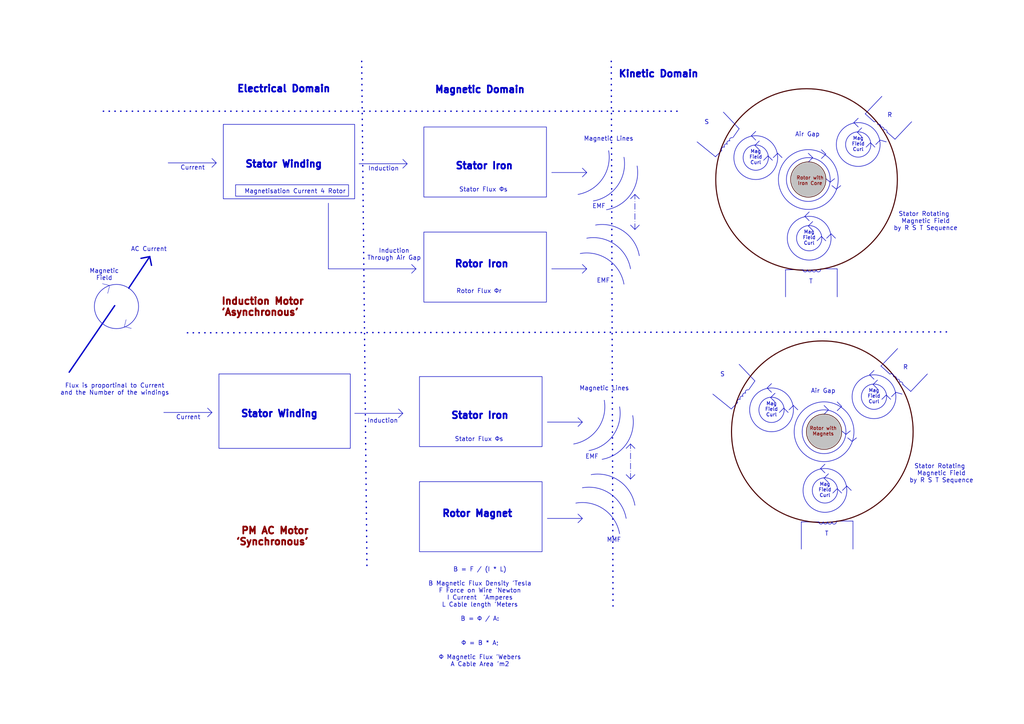
<source format=kicad_sch>
(kicad_sch
	(version 20250114)
	(generator "eeschema")
	(generator_version "9.0")
	(uuid "b8e9a1da-74b4-4711-8a34-c70935aad621")
	(paper "A4")
	(title_block
		(date "2025-09-04")
	)
	(lib_symbols)
	(circle
		(center 233.934 52.07)
		(radius 26.339)
		(stroke
			(width 0.3)
			(type solid)
			(color 72 0 0 1)
		)
		(fill
			(type none)
		)
		(uuid 01191435-ab41-41b0-b152-97145eb78b9c)
	)
	(arc
		(start 234.188 78.2318)
		(mid 233.5531 78.8669)
		(end 232.918 78.232)
		(stroke
			(width 0)
			(type solid)
		)
		(fill
			(type none)
		)
		(uuid 07b87c6e-f16f-47d2-b5a1-8e9720c99acf)
	)
	(arc
		(start 253.559 35.345)
		(mid 254.3277 35.3771)
		(end 254.575 36.107)
		(stroke
			(width 0)
			(type solid)
		)
		(fill
			(type none)
		)
		(uuid 0b28deb8-c28f-471f-9528-599c9e2b0073)
	)
	(circle
		(center 248.92 41.91)
		(radius 6.35)
		(stroke
			(width 0)
			(type default)
		)
		(fill
			(type none)
		)
		(uuid 0c52165f-dd12-4a98-a70d-05b3226061f5)
	)
	(arc
		(start 256.357 37.667)
		(mid 257.0733 37.7422)
		(end 257.267 38.437)
		(stroke
			(width 0)
			(type solid)
		)
		(fill
			(type none)
		)
		(uuid 0d9b65b8-63e2-483e-bc10-e4426136b998)
	)
	(arc
		(start 254.549 36.099)
		(mid 255.2694 36.1676)
		(end 255.459 36.869)
		(stroke
			(width 0)
			(type solid)
		)
		(fill
			(type none)
		)
		(uuid 0e5e55cc-657a-4ef4-8d72-a9fd740e2b98)
	)
	(arc
		(start 241.3 151.384)
		(mid 240.665 152.019)
		(end 240.03 151.384)
		(stroke
			(width 0)
			(type solid)
		)
		(fill
			(type none)
		)
		(uuid 11f36b9f-bdd2-424b-b192-d630074881b5)
	)
	(arc
		(start 240.03 151.3842)
		(mid 239.3949 152.0079)
		(end 238.76 151.384)
		(stroke
			(width 0)
			(type solid)
		)
		(fill
			(type none)
		)
		(uuid 1e5acad6-de08-41b8-9a6c-bc5b6cd9e2de)
	)
	(circle
		(center 234.442 52.07)
		(radius 5.1368)
		(stroke
			(width 0)
			(type solid)
			(color 72 0 0 1)
		)
		(fill
			(type color)
			(color 194 194 194 1)
		)
		(uuid 1f0e89df-f67a-4708-8c3c-d3a4aff50245)
	)
	(arc
		(start 179.705 117.983)
		(mid 177.8903 126.1742)
		(end 170.815 130.683)
		(stroke
			(width 0)
			(type default)
		)
		(fill
			(type none)
		)
		(uuid 1f8a1373-f833-4e91-911d-f275157eb7a5)
	)
	(rectangle
		(start 68.326 53.594)
		(end 101.092 56.896)
		(stroke
			(width 0)
			(type solid)
		)
		(fill
			(type none)
		)
		(uuid 253ff89f-8101-4c9d-a23d-9bce203f6e41)
	)
	(arc
		(start 214.68 115.826)
		(mid 214.7526 115.1084)
		(end 215.45 114.916)
		(stroke
			(width 0)
			(type solid)
		)
		(fill
			(type none)
		)
		(uuid 28a7097d-3a01-424f-89d0-01538038eed6)
	)
	(arc
		(start 176.53 43.688)
		(mid 174.7153 51.8792)
		(end 167.64 56.388)
		(stroke
			(width 0)
			(type default)
		)
		(fill
			(type none)
		)
		(uuid 2c27e918-ede7-4286-86e3-33c25fcfb98b)
	)
	(rectangle
		(start 121.666 139.7)
		(end 157.226 160.02)
		(stroke
			(width 0)
			(type default)
		)
		(fill
			(type none)
		)
		(uuid 2d258524-a249-430d-81eb-4addc398b963)
	)
	(arc
		(start 170.18 69.088)
		(mid 178.3712 70.9027)
		(end 182.88 77.978)
		(stroke
			(width 0)
			(type default)
		)
		(fill
			(type none)
		)
		(uuid 2d5d4f43-cac4-4ccc-8d82-44874cf72c7c)
	)
	(circle
		(center 223.774 118.872)
		(radius 6.35)
		(stroke
			(width 0)
			(type default)
		)
		(fill
			(type none)
		)
		(uuid 2f134e8e-c0c8-4d58-8260-698b68726219)
	)
	(arc
		(start 209.354 43.664)
		(mid 209.3904 42.8984)
		(end 210.116 42.648)
		(stroke
			(width 0)
			(type solid)
		)
		(fill
			(type none)
		)
		(uuid 2f2fad98-58af-4f6d-90a6-2872faebb415)
	)
	(arc
		(start 184.785 48.133)
		(mid 182.9703 56.3242)
		(end 175.895 60.833)
		(stroke
			(width 0)
			(type default)
		)
		(fill
			(type none)
		)
		(uuid 315d0cba-9df3-40bb-9b42-84ecd369a783)
	)
	(circle
		(center 238.506 125.222)
		(radius 26.339)
		(stroke
			(width 0.3)
			(type solid)
			(color 72 0 0 1)
		)
		(fill
			(type none)
		)
		(uuid 325352d8-95bd-4b18-aa24-6ac5507187c4)
	)
	(arc
		(start 258.131 108.497)
		(mid 258.8997 108.5291)
		(end 259.147 109.259)
		(stroke
			(width 0)
			(type solid)
		)
		(fill
			(type none)
		)
		(uuid 325afc06-bec6-4a27-af04-dd0c3fda4bfe)
	)
	(arc
		(start 168.91 141.478)
		(mid 177.1012 143.2927)
		(end 181.61 150.368)
		(stroke
			(width 0)
			(type default)
		)
		(fill
			(type none)
		)
		(uuid 339569e6-a1da-455a-9cff-bfc69819e5bb)
	)
	(arc
		(start 180.975 45.593)
		(mid 179.1603 53.7842)
		(end 172.085 58.293)
		(stroke
			(width 0)
			(type default)
		)
		(fill
			(type none)
		)
		(uuid 375ec44b-87d1-4f0b-b0c3-fa00f7279870)
	)
	(circle
		(center 239.268 142.24)
		(radius 6.35)
		(stroke
			(width 0)
			(type default)
		)
		(fill
			(type none)
		)
		(uuid 411c593d-2142-4d0d-8a88-8dbdad090ab2)
	)
	(circle
		(center 234.696 69.088)
		(radius 6.35)
		(stroke
			(width 0)
			(type default)
		)
		(fill
			(type none)
		)
		(uuid 41438d06-33b1-417a-af71-0c517b0ab257)
	)
	(circle
		(center 223.774 118.872)
		(radius 3.6632)
		(stroke
			(width 0)
			(type default)
		)
		(fill
			(type none)
		)
		(uuid 47f623dd-98a8-49f9-af26-43ff6df17f7a)
	)
	(arc
		(start 236.728 78.232)
		(mid 236.093 78.867)
		(end 235.458 78.232)
		(stroke
			(width 0)
			(type solid)
		)
		(fill
			(type none)
		)
		(uuid 499273e3-3e4f-4808-a0ab-6ebd07e2d452)
	)
	(circle
		(center 253.492 115.062)
		(radius 6.35)
		(stroke
			(width 0)
			(type default)
		)
		(fill
			(type none)
		)
		(uuid 4cea653a-ccaa-469f-a1fc-200a4bc9db41)
	)
	(rectangle
		(start 121.666 109.22)
		(end 157.226 129.54)
		(stroke
			(width 0)
			(type default)
		)
		(fill
			(type none)
		)
		(uuid 4ed8520c-d527-49c1-868e-e9ddf682e997)
	)
	(arc
		(start 255.367 36.913)
		(mid 256.1386 36.9443)
		(end 256.383 37.675)
		(stroke
			(width 0)
			(type solid)
		)
		(fill
			(type none)
		)
		(uuid 4f8b92f2-d86a-44fd-8924-ed996b7ae5c4)
	)
	(circle
		(center 239.014 125.222)
		(radius 8.6696)
		(stroke
			(width 0)
			(type default)
		)
		(fill
			(type none)
		)
		(uuid 5c750491-657a-461b-9e68-76b851499025)
	)
	(circle
		(center 219.202 45.72)
		(radius 6.35)
		(stroke
			(width 0)
			(type default)
		)
		(fill
			(type none)
		)
		(uuid 62808270-58ee-40df-bf8f-7e1efcf29289)
	)
	(arc
		(start 260.929 110.819)
		(mid 261.6453 110.8942)
		(end 261.839 111.589)
		(stroke
			(width 0)
			(type solid)
		)
		(fill
			(type none)
		)
		(uuid 66fbcfe9-6f26-42a7-b5c0-c8e1be0f7f6e)
	)
	(arc
		(start 183.515 120.523)
		(mid 181.7003 128.7142)
		(end 174.625 133.223)
		(stroke
			(width 0)
			(type default)
		)
		(fill
			(type none)
		)
		(uuid 75325902-6772-4a85-86ad-745fce1a6db7)
	)
	(circle
		(center 248.92 41.91)
		(radius 3.6632)
		(stroke
			(width 0)
			(type default)
		)
		(fill
			(type none)
		)
		(uuid 7eee3f97-ffd2-46d1-8f9f-c364b2792be8)
	)
	(arc
		(start 213.926 116.816)
		(mid 213.9624 116.0504)
		(end 214.688 115.8)
		(stroke
			(width 0)
			(type solid)
		)
		(fill
			(type none)
		)
		(uuid 88a8fe89-4abb-4ccc-b05f-8b2cc72ed868)
	)
	(circle
		(center 219.202 45.72)
		(radius 3.6632)
		(stroke
			(width 0)
			(type default)
		)
		(fill
			(type none)
		)
		(uuid 89ddbc1d-452a-4f3b-b470-a5766f2b346c)
	)
	(circle
		(center 239.014 125.222)
		(radius 6.35)
		(stroke
			(width 0)
			(type default)
		)
		(fill
			(type none)
		)
		(uuid 8ac32235-2bdc-4e43-8f44-b9384faad4f6)
	)
	(arc
		(start 242.57 151.384)
		(mid 241.935 152.019)
		(end 241.3 151.384)
		(stroke
			(width 0)
			(type solid)
		)
		(fill
			(type none)
		)
		(uuid 8d0159d3-f094-40ce-bcb4-2546a94a9062)
	)
	(arc
		(start 235.458 78.2322)
		(mid 234.8229 78.8559)
		(end 234.188 78.232)
		(stroke
			(width 0)
			(type solid)
		)
		(fill
			(type none)
		)
		(uuid 906c00be-9d2b-4bfd-8078-3c6a19f67b57)
	)
	(arc
		(start 172.72 65.278)
		(mid 180.9112 67.0927)
		(end 185.42 74.168)
		(stroke
			(width 0)
			(type default)
		)
		(fill
			(type none)
		)
		(uuid 96a45949-e599-4d70-bc7c-ffeae15e6e9a)
	)
	(arc
		(start 259.121 109.251)
		(mid 259.8414 109.3196)
		(end 260.031 110.021)
		(stroke
			(width 0)
			(type solid)
		)
		(fill
			(type none)
		)
		(uuid 99ed9b5c-46b8-4e23-b341-1f70dc60819e)
	)
	(circle
		(center 253.492 115.062)
		(radius 3.6632)
		(stroke
			(width 0)
			(type default)
		)
		(fill
			(type none)
		)
		(uuid a6ce16c7-5f1f-4eed-8fd0-9e6b734e5ae6)
	)
	(arc
		(start 238.76 151.3838)
		(mid 238.1251 152.0189)
		(end 237.49 151.384)
		(stroke
			(width 0)
			(type solid)
		)
		(fill
			(type none)
		)
		(uuid a8e5abdb-20c1-45ea-9a50-bd01f050ea15)
	)
	(arc
		(start 211.676 40.866)
		(mid 211.7479 40.1454)
		(end 212.446 39.956)
		(stroke
			(width 0)
			(type solid)
		)
		(fill
			(type none)
		)
		(uuid aac1a879-d8fd-42c6-98f2-76aa0a34d7a5)
	)
	(circle
		(center 234.442 52.07)
		(radius 8.6696)
		(stroke
			(width 0)
			(type default)
		)
		(fill
			(type none)
		)
		(uuid b0bf04d6-5c7d-4d38-89fe-8beccd13a597)
	)
	(arc
		(start 210.108 42.674)
		(mid 210.1806 41.9564)
		(end 210.878 41.764)
		(stroke
			(width 0)
			(type solid)
		)
		(fill
			(type none)
		)
		(uuid b3cb4b8b-94a9-4aea-9c7d-ae4d2adb24e3)
	)
	(rectangle
		(start 122.936 36.83)
		(end 158.496 57.15)
		(stroke
			(width 0)
			(type default)
		)
		(fill
			(type none)
		)
		(uuid b4c3fd38-1f83-4ec1-83fc-70b51bfb05c5)
	)
	(circle
		(center 33.782 88.9)
		(radius 6.4107)
		(stroke
			(width 0)
			(type default)
		)
		(fill
			(type none)
		)
		(uuid ba325ff9-962f-4d9d-85e7-5a49f353785e)
	)
	(arc
		(start 237.998 78.232)
		(mid 237.363 78.867)
		(end 236.728 78.232)
		(stroke
			(width 0)
			(type solid)
		)
		(fill
			(type none)
		)
		(uuid c9add959-6235-43e7-8b2f-5f95a25d8c21)
	)
	(circle
		(center 239.268 142.24)
		(radius 3.6632)
		(stroke
			(width 0)
			(type default)
		)
		(fill
			(type none)
		)
		(uuid ca1585b7-9c57-4731-8ef8-eccc9fdd5721)
	)
	(rectangle
		(start 122.936 67.31)
		(end 158.496 87.63)
		(stroke
			(width 0)
			(type default)
		)
		(fill
			(type none)
		)
		(uuid ca8bc442-0110-4f3f-9eed-96e1eaa2787b)
	)
	(circle
		(center 234.696 69.088)
		(radius 3.6632)
		(stroke
			(width 0)
			(type default)
		)
		(fill
			(type none)
		)
		(uuid cbc8a8c7-9792-4d54-b42a-118355f2520c)
	)
	(rectangle
		(start 63.5 108.458)
		(end 101.6 130.048)
		(stroke
			(width 0)
			(type solid)
		)
		(fill
			(type none)
		)
		(uuid d0202a0c-06bb-4c34-9b5e-ea6bb3810ce4)
	)
	(arc
		(start 175.26 116.078)
		(mid 173.4453 124.2692)
		(end 166.37 128.778)
		(stroke
			(width 0)
			(type default)
		)
		(fill
			(type none)
		)
		(uuid d0eb2df8-5201-4a6e-a8f3-049ca2b47c1c)
	)
	(arc
		(start 215.494 115.008)
		(mid 215.5296 114.2395)
		(end 216.256 113.992)
		(stroke
			(width 0)
			(type solid)
		)
		(fill
			(type none)
		)
		(uuid d109fcd0-e0cb-4502-ae96-53e391d7ce81)
	)
	(circle
		(center 239.014 125.222)
		(radius 5.1368)
		(stroke
			(width 0)
			(type solid)
			(color 72 0 0 1)
		)
		(fill
			(type color)
			(color 194 194 194 1)
		)
		(uuid d45a4896-3ec0-481e-8496-4e20aff9383d)
	)
	(arc
		(start 168.275 73.533)
		(mid 176.4662 75.3477)
		(end 180.975 82.423)
		(stroke
			(width 0)
			(type default)
		)
		(fill
			(type none)
		)
		(uuid da659715-ca1a-4474-9971-8847953c277d)
	)
	(circle
		(center 234.442 52.07)
		(radius 6.35)
		(stroke
			(width 0)
			(type default)
		)
		(fill
			(type none)
		)
		(uuid da82ddd0-a36a-4ec0-99f5-a9a4235eaad1)
	)
	(arc
		(start 259.939 110.065)
		(mid 260.7106 110.0963)
		(end 260.955 110.827)
		(stroke
			(width 0)
			(type solid)
		)
		(fill
			(type none)
		)
		(uuid ddf3f11b-df28-49ab-963e-d9af025dc02a)
	)
	(rectangle
		(start 64.77 36.068)
		(end 102.87 57.658)
		(stroke
			(width 0)
			(type solid)
		)
		(fill
			(type none)
		)
		(uuid e8b428c4-f689-4f6c-940b-603cdf236dac)
	)
	(arc
		(start 167.005 145.923)
		(mid 175.1962 147.7377)
		(end 179.705 154.813)
		(stroke
			(width 0)
			(type default)
		)
		(fill
			(type none)
		)
		(uuid eb3c1611-5b87-4278-ae7f-92c423957b6e)
	)
	(arc
		(start 210.922 41.856)
		(mid 210.9576 41.0875)
		(end 211.684 40.84)
		(stroke
			(width 0)
			(type solid)
		)
		(fill
			(type none)
		)
		(uuid ee81ff0f-5e8d-4375-a101-c843ae18ccf9)
	)
	(arc
		(start 171.45 137.668)
		(mid 179.6412 139.4827)
		(end 184.15 146.558)
		(stroke
			(width 0)
			(type default)
		)
		(fill
			(type none)
		)
		(uuid f79b6ce9-f3be-47d7-8613-2660c87bef21)
	)
	(arc
		(start 216.248 114.018)
		(mid 216.3199 113.2974)
		(end 217.018 113.108)
		(stroke
			(width 0)
			(type solid)
		)
		(fill
			(type none)
		)
		(uuid fd57648a-9995-4005-a86e-c8f9d5f8459f)
	)
	(text "MMF"
		(exclude_from_sim no)
		(at 178.054 156.718 0)
		(effects
			(font
				(size 1.27 1.27)
			)
		)
		(uuid "04250958-8072-4500-8b73-a927e0159a29")
	)
	(text "Magnetisation Current 4 Rotor"
		(exclude_from_sim no)
		(at 85.598 55.626 0)
		(effects
			(font
				(size 1.27 1.27)
			)
		)
		(uuid "06910b0e-c323-416c-a8a6-ddc7f09d0af3")
	)
	(text "Flux is proportinal to Current\nand the Number of the windings"
		(exclude_from_sim no)
		(at 33.274 113.03 0)
		(effects
			(font
				(size 1.27 1.27)
			)
		)
		(uuid "07aa5cdd-ec1a-488a-a88a-0822a99f07f8")
	)
	(text "Rotor Flux Φr"
		(exclude_from_sim no)
		(at 138.938 84.582 0)
		(effects
			(font
				(size 1.27 1.27)
			)
		)
		(uuid "0c79f318-218f-4e96-8e61-169c53d28345")
	)
	(text "Mag\nField\nCurl"
		(exclude_from_sim no)
		(at 223.774 118.872 0)
		(effects
			(font
				(size 1 1)
			)
		)
		(uuid "0ecf3925-8323-4542-9154-9a84d11fc39d")
	)
	(text "Current"
		(exclude_from_sim no)
		(at 54.61 121.158 0)
		(effects
			(font
				(size 1.27 1.27)
			)
		)
		(uuid "17c6b509-8909-4d61-87d0-a905ae9a9dd3")
	)
	(text "Induction"
		(exclude_from_sim no)
		(at 110.998 122.174 0)
		(effects
			(font
				(size 1.27 1.27)
			)
		)
		(uuid "1d2b1951-fadf-407c-871f-8d1e09397d69")
	)
	(text "PM AC Motor\n'Synchronous' "
		(exclude_from_sim no)
		(at 79.756 155.702 0)
		(effects
			(font
				(size 2 2)
				(thickness 0.8)
				(bold yes)
				(color 132 0 0 1)
			)
		)
		(uuid "207d7e74-5547-4106-a7b8-ecb28ad83dc8")
	)
	(text "Magnetic Domain"
		(exclude_from_sim no)
		(at 139.192 26.162 0)
		(effects
			(font
				(size 2 2)
				(thickness 0.8)
				(bold yes)
			)
		)
		(uuid "29b5f807-442a-4c79-a804-7496b661a213")
	)
	(text "Induction\nThrough Air Gap"
		(exclude_from_sim no)
		(at 114.3 73.914 0)
		(effects
			(font
				(size 1.27 1.27)
			)
		)
		(uuid "32490749-b262-4c04-98de-a87890493c20")
	)
	(text "Stator Rotating \nMagnetic Field\nby R S T Sequence"
		(exclude_from_sim no)
		(at 268.478 64.262 0)
		(effects
			(font
				(size 1.27 1.27)
			)
		)
		(uuid "3407f5c4-8bee-4910-a826-57af8ea45b1b")
	)
	(text "Stator Flux Φs"
		(exclude_from_sim no)
		(at 140.208 55.118 0)
		(effects
			(font
				(size 1.27 1.27)
			)
		)
		(uuid "3a88b62c-49f0-439f-b9c1-6deb18c5df10")
	)
	(text "Mag\nField\nCurl"
		(exclude_from_sim no)
		(at 234.696 69.088 0)
		(effects
			(font
				(size 1 1)
			)
		)
		(uuid "4002b8ab-367c-48a8-a797-cc6d6c05a154")
	)
	(text "Rotor with\nIron Core"
		(exclude_from_sim no)
		(at 234.95 52.578 0)
		(effects
			(font
				(size 1 1)
				(color 132 0 0 1)
			)
		)
		(uuid "40ac255f-b194-48b6-a250-d9a4b75eab28")
	)
	(text "R"
		(exclude_from_sim no)
		(at 258.064 33.528 0)
		(effects
			(font
				(size 1.27 1.27)
			)
		)
		(uuid "421fdf2f-06c3-4fdf-aead-6e20f12d23c4")
	)
	(text "Rotor with\nMagnets"
		(exclude_from_sim no)
		(at 238.76 125.222 0)
		(effects
			(font
				(size 1 1)
				(color 132 0 0 1)
			)
		)
		(uuid "44fb9c87-138c-49ac-8161-b90a8e54a3ae")
	)
	(text "Rotor Iron"
		(exclude_from_sim no)
		(at 139.7 76.708 0)
		(effects
			(font
				(size 2 2)
				(thickness 0.8)
				(bold yes)
			)
		)
		(uuid "478d2d8c-5d07-4736-8ec6-27eea9f80d25")
	)
	(text "T"
		(exclude_from_sim no)
		(at 239.776 154.94 0)
		(effects
			(font
				(size 1.27 1.27)
			)
		)
		(uuid "5285951b-4a30-4d58-b03b-dbf2985ca865")
	)
	(text "Stator Winding"
		(exclude_from_sim no)
		(at 82.296 47.752 0)
		(effects
			(font
				(size 2 2)
				(thickness 0.8)
				(bold yes)
			)
		)
		(uuid "578a6c31-b991-419a-b1d5-2c0ad0f07df7")
	)
	(text "Magnetic\nField"
		(exclude_from_sim no)
		(at 30.226 79.756 0)
		(effects
			(font
				(size 1.27 1.27)
			)
		)
		(uuid "5a3a45b8-5507-4f47-8a3c-bddfd6a73783")
	)
	(text " EMF"
		(exclude_from_sim no)
		(at 173.228 59.944 0)
		(effects
			(font
				(size 1.27 1.27)
			)
		)
		(uuid "5ca178a1-7610-44f9-b30c-74af4da1f7a6")
	)
	(text "Induction"
		(exclude_from_sim no)
		(at 111.252 49.022 0)
		(effects
			(font
				(size 1.27 1.27)
			)
		)
		(uuid "5d84963e-d1d4-4f04-9ab5-32d74fa60534")
	)
	(text "Induction Motor\n'Asynchronous' "
		(exclude_from_sim no)
		(at 76.2 89.154 0)
		(effects
			(font
				(size 2 2)
				(thickness 0.8)
				(bold yes)
				(color 132 0 0 1)
			)
		)
		(uuid "5df87c56-10b0-4380-bb7d-aaeb7a789706")
	)
	(text "Stator Winding"
		(exclude_from_sim no)
		(at 81.026 120.142 0)
		(effects
			(font
				(size 2 2)
				(thickness 0.8)
				(bold yes)
			)
		)
		(uuid "5ec919d5-0bdf-4926-87c7-97a50066f0c0")
	)
	(text "R"
		(exclude_from_sim no)
		(at 262.636 106.68 0)
		(effects
			(font
				(size 1.27 1.27)
			)
		)
		(uuid "6bb508ac-0fdb-4789-bea1-80d37b2a883b")
	)
	(text "Rotor Magnet"
		(exclude_from_sim no)
		(at 138.43 149.098 0)
		(effects
			(font
				(size 2 2)
				(thickness 0.8)
				(bold yes)
			)
		)
		(uuid "6c378357-00a8-4cbf-b41d-5cb92bfc2ab0")
	)
	(text "Stator Iron"
		(exclude_from_sim no)
		(at 139.192 120.65 0)
		(effects
			(font
				(size 2 2)
				(thickness 0.8)
				(bold yes)
			)
		)
		(uuid "792cbfd7-f7cd-4a50-a973-cf085dd8b967")
	)
	(text "T"
		(exclude_from_sim no)
		(at 235.204 81.788 0)
		(effects
			(font
				(size 1.27 1.27)
			)
		)
		(uuid "824c1b28-7e4e-4d19-9022-0ffaaee7e4fc")
	)
	(text "B = F / (I * L)\n\nB Magnetic Flux Density 'Tesla\nF Force on Wire 'Newton\nI Current  'Amperes\nL Cable length 'Meters\n\nB = Φ / A:\n"
		(exclude_from_sim no)
		(at 139.192 172.466 0)
		(effects
			(font
				(size 1.27 1.27)
			)
		)
		(uuid "83432c33-1725-482d-a738-c78abf0642b4")
	)
	(text "Current"
		(exclude_from_sim no)
		(at 55.88 48.768 0)
		(effects
			(font
				(size 1.27 1.27)
			)
		)
		(uuid "840d60fd-c427-4b57-9c0b-5f15fd0c4cce")
	)
	(text "Mag\nField\nCurl"
		(exclude_from_sim no)
		(at 239.268 142.24 0)
		(effects
			(font
				(size 1 1)
			)
		)
		(uuid "84594a3e-1676-48d7-a10c-36facd4d4f7f")
	)
	(text " EMF"
		(exclude_from_sim no)
		(at 174.498 81.534 0)
		(effects
			(font
				(size 1.27 1.27)
			)
		)
		(uuid "8a6fcde7-3133-4d68-b4c9-1a04ef274d6f")
	)
	(text "Magnetic Lines"
		(exclude_from_sim no)
		(at 175.26 112.776 0)
		(effects
			(font
				(size 1.27 1.27)
			)
		)
		(uuid "8ff604c8-b201-475e-8eba-a493003e59b1")
	)
	(text "Mag\nField\nCurl"
		(exclude_from_sim no)
		(at 219.202 45.72 0)
		(effects
			(font
				(size 1 1)
			)
		)
		(uuid "9a4fe557-57cd-4c4a-912a-e4d85e33e612")
	)
	(text "S"
		(exclude_from_sim no)
		(at 204.978 35.56 0)
		(effects
			(font
				(size 1.27 1.27)
			)
		)
		(uuid "a42fb1e7-a325-417e-8d21-4f84e0056156")
	)
	(text "Stator Rotating \nMagnetic Field\nby R S T Sequence"
		(exclude_from_sim no)
		(at 273.05 137.414 0)
		(effects
			(font
				(size 1.27 1.27)
			)
		)
		(uuid "a6491c5e-1053-422f-914b-4d36c234d8f1")
	)
	(text "Kinetic Domain"
		(exclude_from_sim no)
		(at 191.008 21.59 0)
		(effects
			(font
				(size 2 2)
				(thickness 0.8)
				(bold yes)
			)
		)
		(uuid "b59c2f9e-63df-4ac6-b746-ef2e251722c2")
	)
	(text "AC Current"
		(exclude_from_sim no)
		(at 43.18 72.39 0)
		(effects
			(font
				(size 1.27 1.27)
			)
		)
		(uuid "c5cb03f5-95cd-47ae-82a0-ab56f467ae19")
	)
	(text " EMF"
		(exclude_from_sim no)
		(at 171.196 132.588 0)
		(effects
			(font
				(size 1.27 1.27)
			)
		)
		(uuid "c9652048-d46b-45a7-a4e9-ca75044b1953")
	)
	(text "Magnetic Lines"
		(exclude_from_sim no)
		(at 176.53 40.386 0)
		(effects
			(font
				(size 1.27 1.27)
			)
		)
		(uuid "cad714a3-23fe-4dc8-8f57-70c33c612cd1")
	)
	(text "Stator Iron"
		(exclude_from_sim no)
		(at 140.462 48.26 0)
		(effects
			(font
				(size 2 2)
				(thickness 0.8)
				(bold yes)
			)
		)
		(uuid "cf522726-de90-448a-b1ce-758fab9f19f8")
	)
	(text "S"
		(exclude_from_sim no)
		(at 209.55 108.712 0)
		(effects
			(font
				(size 1.27 1.27)
			)
		)
		(uuid "db3f0405-0510-481f-9027-d43437cd03da")
	)
	(text "Air Gap"
		(exclude_from_sim no)
		(at 234.188 39.116 0)
		(effects
			(font
				(size 1.27 1.27)
			)
		)
		(uuid "dc4b4824-f896-4d5b-b39b-4cdf1cb29f41")
	)
	(text "Mag\nField\nCurl"
		(exclude_from_sim no)
		(at 248.92 41.91 0)
		(effects
			(font
				(size 1 1)
			)
		)
		(uuid "e1d81241-9473-4361-afb7-1d6a872abb0d")
	)
	(text "Mag\nField\nCurl"
		(exclude_from_sim no)
		(at 253.492 115.062 0)
		(effects
			(font
				(size 1 1)
			)
		)
		(uuid "e88372c1-1aba-4398-a526-7f29ef7ac6e5")
	)
	(text "Electrical Domain"
		(exclude_from_sim no)
		(at 82.296 25.908 0)
		(effects
			(font
				(size 2 2)
				(thickness 0.8)
				(bold yes)
			)
		)
		(uuid "efbc1866-26eb-489c-9e5a-40247a00ca21")
	)
	(text "Stator Flux Φs"
		(exclude_from_sim no)
		(at 138.938 127.508 0)
		(effects
			(font
				(size 1.27 1.27)
			)
		)
		(uuid "f14de1c8-e868-4754-958c-71f061389624")
	)
	(text "Air Gap"
		(exclude_from_sim no)
		(at 238.76 113.538 0)
		(effects
			(font
				(size 1.27 1.27)
			)
		)
		(uuid "f5b39a6c-8faf-4f85-8364-0231f6bcb4ea")
	)
	(text "Φ = B * A;\n\nΦ Magnetic Flux 'Webers\nA Cable Area 'm2"
		(exclude_from_sim no)
		(at 139.192 189.738 0)
		(effects
			(font
				(size 1.27 1.27)
			)
		)
		(uuid "f5de9d79-6701-4ed3-acfd-35fb27b1932f")
	)
	(polyline
		(pts
			(xy 245.872 127) (xy 247.142 128.016)
		)
		(stroke
			(width 0)
			(type default)
		)
		(uuid "022c0b3c-975f-4410-a440-423ab4690a30")
	)
	(polyline
		(pts
			(xy 206.756 114.3) (xy 212.09 118.618)
		)
		(stroke
			(width 0)
			(type default)
		)
		(uuid "0371571b-5789-4535-9ee6-6e7c6a290465")
	)
	(polyline
		(pts
			(xy 116.84 119.888) (xy 115.57 121.158)
		)
		(stroke
			(width 0)
			(type default)
		)
		(uuid "05ab7e15-6074-441f-a881-0e3a78879a29")
	)
	(polyline
		(pts
			(xy 212.598 39.878) (xy 214.376 37.338)
		)
		(stroke
			(width 0)
			(type default)
		)
		(uuid "06aac13a-a8e2-4fac-96c8-b42be98c8b8c")
	)
	(polyline
		(pts
			(xy 217.932 39.37) (xy 219.202 40.64)
		)
		(stroke
			(width 0)
			(type default)
		)
		(uuid "079e2ca1-84b4-46d0-bdc9-039945fe497e")
	)
	(polyline
		(pts
			(xy 31.75 82.804) (xy 29.718 82.296)
		)
		(stroke
			(width 0.1)
			(type solid)
		)
		(uuid "08259630-86ac-4551-b2e1-f498e0940707")
	)
	(polyline
		(pts
			(xy 222.504 112.522) (xy 223.774 113.792)
		)
		(stroke
			(width 0)
			(type default)
		)
		(uuid "0a1f061d-7c83-4725-9380-9b7054f04363")
	)
	(polyline
		(pts
			(xy 168.91 150.368) (xy 167.64 151.638)
		)
		(stroke
			(width 0)
			(type default)
		)
		(uuid "0de55650-6b9a-42ec-b90a-bce623023374")
	)
	(polyline
		(pts
			(xy 240.792 52.832) (xy 242.062 51.816)
		)
		(stroke
			(width 0)
			(type default)
		)
		(uuid "100f1793-c6bc-4f48-b2ec-5e268be3ce69")
	)
	(polyline
		(pts
			(xy 170.18 77.978) (xy 160.02 77.978)
		)
		(stroke
			(width 0)
			(type default)
		)
		(uuid "10f58b52-2b28-43c9-8e6b-da627a32c129")
	)
	(polyline
		(pts
			(xy 182.88 138.938) (xy 181.61 137.668)
		)
		(stroke
			(width 0)
			(type default)
		)
		(uuid "1260bcba-efe6-4032-9ddb-f389c0d7df93")
	)
	(polyline
		(pts
			(xy 244.094 117.856) (xy 242.824 116.586)
		)
		(stroke
			(width 0)
			(type default)
		)
		(uuid "13269659-f061-4f99-a5cd-ebc4ca448957")
	)
	(polyline
		(pts
			(xy 184.15 66.548) (xy 182.88 65.278)
		)
		(stroke
			(width 0)
			(type default)
		)
		(uuid "138beb54-083f-46a9-82ae-c6e6dc5f835b")
	)
	(polyline
		(pts
			(xy 168.91 122.428) (xy 158.75 122.428)
		)
		(stroke
			(width 0)
			(type default)
		)
		(uuid "1b3b2893-b251-4d6e-907e-fde50440087b")
	)
	(polyline
		(pts
			(xy 214.376 105.664) (xy 218.948 110.49)
		)
		(stroke
			(width 0)
			(type default)
		)
		(uuid "1c20a922-ba6c-4d53-ab61-6f0f72a43564")
	)
	(polyline
		(pts
			(xy 233.426 62.738) (xy 234.696 61.468)
		)
		(stroke
			(width 0)
			(type default)
		)
		(uuid "1d3a7856-1857-452a-a22b-4a9bb58f4c03")
	)
	(polyline
		(pts
			(xy 170.18 77.978) (xy 168.91 76.708)
		)
		(stroke
			(width 0)
			(type default)
		)
		(uuid "1f5fba00-3855-4ed9-b40c-b3867d59def3")
	)
	(polyline
		(pts
			(xy 238.252 68.58) (xy 239.522 69.85)
		)
		(stroke
			(width 0)
			(type default)
		)
		(uuid "1f8f115f-2cc2-406f-adae-ee8b3d3574be")
	)
	(polyline
		(pts
			(xy 213.868 116.84) (xy 212.09 118.618)
		)
		(stroke
			(width 0)
			(type default)
		)
		(uuid "20b8ec6e-1721-4816-ab7d-920134c8329d")
	)
	(polyline
		(pts
			(xy 209.296 43.688) (xy 207.518 45.466)
		)
		(stroke
			(width 0)
			(type default)
		)
		(uuid "21c551cd-a70e-464d-877b-48eb47c83365")
	)
	(polyline
		(pts
			(xy 184.15 130.048) (xy 182.88 128.778)
		)
		(stroke
			(width 0)
			(type default)
		)
		(uuid "241912cd-58da-4575-9d69-8e1c2741f4a2")
	)
	(polyline
		(pts
			(xy 259.842 113.792) (xy 261.62 114.3)
		)
		(stroke
			(width 0)
			(type default)
		)
		(uuid "285445de-bee3-4698-b6bc-da5715ae2380")
	)
	(polyline
		(pts
			(xy 118.11 47.498) (xy 116.84 48.768)
		)
		(stroke
			(width 0)
			(type default)
		)
		(uuid "2b2380cb-0654-4f1c-9f71-276dc82fd0fd")
	)
	(polyline
		(pts
			(xy 217.932 39.37) (xy 219.202 38.1)
		)
		(stroke
			(width 0)
			(type default)
		)
		(uuid "2d7186ad-0cfb-4405-a5e6-5da11ee1e017")
	)
	(polyline
		(pts
			(xy 116.84 119.888) (xy 115.57 118.618)
		)
		(stroke
			(width 0)
			(type default)
		)
		(uuid "2eaeec4c-1c86-4023-8138-d7c2244f9532")
	)
	(polyline
		(pts
			(xy 184.15 66.548) (xy 184.15 56.388)
		)
		(stroke
			(width 0)
			(type dash_dot)
		)
		(uuid "2f60c9ef-5320-4be3-b8c1-e9e7c5fab2e5")
	)
	(polyline
		(pts
			(xy 227.838 78.232) (xy 232.918 78.232)
		)
		(stroke
			(width 0)
			(type default)
		)
		(uuid "3377bf9e-dda8-462f-8295-0594db10c596")
	)
	(polyline
		(pts
			(xy 261.874 111.506) (xy 264.16 113.538)
		)
		(stroke
			(width 0)
			(type default)
		)
		(uuid "35915a1a-1c36-415c-adfc-5a0a1f20aeb8")
	)
	(polyline
		(pts
			(xy 61.468 119.634) (xy 60.198 118.364)
		)
		(stroke
			(width 0)
			(type default)
		)
		(uuid "3848bd48-a97e-49f6-8bfc-295380d12ccc")
	)
	(polyline
		(pts
			(xy 168.91 122.428) (xy 167.64 121.158)
		)
		(stroke
			(width 0)
			(type default)
		)
		(uuid "3c0184c4-ae92-44f8-980e-cbd20b54ffb6")
	)
	(polyline
		(pts
			(xy 250.952 33.02) (xy 255.778 27.94)
		)
		(stroke
			(width 0)
			(type default)
		)
		(uuid "3c9fc9ce-5473-4073-8b54-cba2f7d75c42")
	)
	(polyline
		(pts
			(xy 248.666 38.354) (xy 249.936 39.624)
		)
		(stroke
			(width 0)
			(type default)
		)
		(uuid "3f0a7f52-61f9-4f22-bc17-a7fa7eec8b98")
	)
	(polyline
		(pts
			(xy 239.522 44.704) (xy 238.252 43.434)
		)
		(stroke
			(width 0)
			(type default)
		)
		(uuid "402ce019-7396-4640-b808-a59acc72df57")
	)
	(polyline
		(pts
			(xy 170.18 50.038) (xy 160.02 50.038)
		)
		(stroke
			(width 0)
			(type default)
		)
		(uuid "4136cf58-d8d0-4130-816d-35670d1f92e7")
	)
	(polyline
		(pts
			(xy 61.468 119.634) (xy 47.498 119.634)
		)
		(stroke
			(width 0)
			(type default)
		)
		(uuid "41c60ea4-0b4e-40ee-849e-5088b31b5d8f")
	)
	(polyline
		(pts
			(xy 241.3 53.848) (xy 242.57 54.864)
		)
		(stroke
			(width 0)
			(type default)
		)
		(uuid "44091755-e304-48cb-974c-6899bcc8244d")
	)
	(polyline
		(pts
			(xy 257.302 38.354) (xy 259.588 40.386)
		)
		(stroke
			(width 0)
			(type default)
		)
		(uuid "46fe1d75-c704-423c-8c00-4c214aea9298")
	)
	(polyline
		(pts
			(xy 170.18 50.038) (xy 168.91 48.768)
		)
		(stroke
			(width 0)
			(type default)
		)
		(uuid "477d0458-6641-4be1-b8c9-ec846b3ff386")
	)
	(polyline
		(pts
			(xy 168.91 122.428) (xy 167.64 123.698)
		)
		(stroke
			(width 0)
			(type default)
		)
		(uuid "47ebc8de-ee6c-4a26-bc00-58fd78d336ae")
	)
	(polyline
		(pts
			(xy 43.434 74.422) (xy 37.338 83.566)
		)
		(stroke
			(width 0.4)
			(type solid)
		)
		(uuid "4a8d1624-7870-40c8-b732-a33fa5b0d871")
	)
	(polyline
		(pts
			(xy 177.292 17.78) (xy 177.8 175.768)
		)
		(stroke
			(width 0.4)
			(type dot)
		)
		(uuid "4d3ed42f-fa23-441b-a5ab-f944c337f3ee")
	)
	(polyline
		(pts
			(xy 104.902 17.78) (xy 106.426 164.084)
		)
		(stroke
			(width 0.4)
			(type dot)
		)
		(uuid "51ecc3e6-a473-43d9-955d-b71b3919ef15")
	)
	(polyline
		(pts
			(xy 240.284 118.872) (xy 239.014 120.142)
		)
		(stroke
			(width 0)
			(type default)
		)
		(uuid "51f3267b-af88-4c5f-b60d-ede871987f3d")
	)
	(polyline
		(pts
			(xy 253.238 111.506) (xy 254.508 110.236)
		)
		(stroke
			(width 0)
			(type default)
		)
		(uuid "52bda5d4-ad88-450b-b4d7-3b1f472c60d0")
	)
	(polyline
		(pts
			(xy 185.42 57.658) (xy 184.15 56.388)
		)
		(stroke
			(width 0)
			(type default)
		)
		(uuid "533b3df4-cf62-420f-933e-d87146dc8760")
	)
	(polyline
		(pts
			(xy 54.356 96.52) (xy 275.336 96.266)
		)
		(stroke
			(width 0.4)
			(type dot)
		)
		(uuid "53f98a52-c38a-49c4-bab4-b7b8b73535c0")
	)
	(polyline
		(pts
			(xy 43.942 76.962) (xy 43.434 74.422)
		)
		(stroke
			(width 0.4)
			(type solid)
		)
		(uuid "540a66e0-8866-4b5e-b467-7221033bd5d7")
	)
	(polyline
		(pts
			(xy 225.552 44.45) (xy 224.282 45.72)
		)
		(stroke
			(width 0)
			(type default)
		)
		(uuid "5931c580-5440-4727-b51d-bbc7cf9b2430")
	)
	(polyline
		(pts
			(xy 95.25 58.928) (xy 95.25 77.978)
		)
		(stroke
			(width 0)
			(type default)
		)
		(uuid "59c5d9b1-9275-4574-9791-e5d4175cb80d")
	)
	(polyline
		(pts
			(xy 237.998 135.89) (xy 239.268 137.16)
		)
		(stroke
			(width 0)
			(type default)
		)
		(uuid "5e7c12f2-ce9d-4944-a4cd-d83038d88fda")
	)
	(polyline
		(pts
			(xy 235.712 45.72) (xy 234.442 44.45)
		)
		(stroke
			(width 0)
			(type default)
		)
		(uuid "5e7fc8bd-9c64-4b35-9fb3-dafe6832cffc")
	)
	(polyline
		(pts
			(xy 230.124 117.602) (xy 228.854 118.872)
		)
		(stroke
			(width 0)
			(type default)
		)
		(uuid "5f824674-7e19-4f08-a1bc-4b3d1a46e811")
	)
	(polyline
		(pts
			(xy 170.18 77.978) (xy 168.91 79.248)
		)
		(stroke
			(width 0)
			(type default)
		)
		(uuid "5f9f1c2a-2bdd-4ae7-83c2-ade522e7f44b")
	)
	(polyline
		(pts
			(xy 120.65 77.978) (xy 119.38 79.248)
		)
		(stroke
			(width 0)
			(type default)
		)
		(uuid "6283c888-6d00-498d-8126-ce754306c26f")
	)
	(polyline
		(pts
			(xy 222.758 45.212) (xy 221.488 46.482)
		)
		(stroke
			(width 0)
			(type default)
		)
		(uuid "63429826-d0f6-41b1-bdad-5d54fcd1f4de")
	)
	(polyline
		(pts
			(xy 238.252 68.58) (xy 236.982 69.85)
		)
		(stroke
			(width 0)
			(type default)
		)
		(uuid "6352b838-7b17-435d-a69c-b840d50d5cf8")
	)
	(polyline
		(pts
			(xy 255.524 106.172) (xy 258.064 108.458)
		)
		(stroke
			(width 0)
			(type default)
		)
		(uuid "64015600-1898-47ba-8bca-9449d092948e")
	)
	(polyline
		(pts
			(xy 252.222 108.712) (xy 253.492 107.442)
		)
		(stroke
			(width 0)
			(type default)
		)
		(uuid "647e26ab-8ae5-42fe-9a02-9ba947a12f6d")
	)
	(polyline
		(pts
			(xy 62.738 47.244) (xy 48.768 47.244)
		)
		(stroke
			(width 0)
			(type default)
		)
		(uuid "6961c2e8-9b1e-4f58-8702-3ae98475923a")
	)
	(polyline
		(pts
			(xy 247.142 128.016) (xy 248.412 127)
		)
		(stroke
			(width 0)
			(type default)
		)
		(uuid "6e7cb741-be10-4102-81ab-328f2f904a1d")
	)
	(polyline
		(pts
			(xy 247.396 151.13) (xy 247.396 159.258)
		)
		(stroke
			(width 0)
			(type default)
		)
		(uuid "715b2693-54c8-4cc7-8cb8-ae6f4bd5923b")
	)
	(polyline
		(pts
			(xy 227.33 118.364) (xy 228.6 119.634)
		)
		(stroke
			(width 0)
			(type default)
		)
		(uuid "75742da9-71e2-4777-b4e7-83bf6665deb1")
	)
	(polyline
		(pts
			(xy 245.364 125.984) (xy 246.634 124.968)
		)
		(stroke
			(width 0)
			(type default)
		)
		(uuid "75f09cec-1196-440b-91dc-f58c055283ce")
	)
	(polyline
		(pts
			(xy 120.65 77.978) (xy 119.38 76.708)
		)
		(stroke
			(width 0)
			(type default)
		)
		(uuid "77479f13-cea6-4544-ab51-a232239e0ba4")
	)
	(polyline
		(pts
			(xy 168.91 150.368) (xy 158.75 150.368)
		)
		(stroke
			(width 0)
			(type default)
		)
		(uuid "7d80fbad-a063-44a2-91f1-e2457917b3d8")
	)
	(polyline
		(pts
			(xy 218.948 42.164) (xy 220.218 40.894)
		)
		(stroke
			(width 0)
			(type default)
		)
		(uuid "7e5c1ba1-82a6-423a-9538-b86c9e1e7727")
	)
	(polyline
		(pts
			(xy 264.16 113.538) (xy 268.986 108.458)
		)
		(stroke
			(width 0)
			(type default)
		)
		(uuid "7e8737fa-e6a7-4dc6-871b-78aea0caf78d")
	)
	(polyline
		(pts
			(xy 239.522 51.816) (xy 240.792 52.832)
		)
		(stroke
			(width 0)
			(type default)
		)
		(uuid "7ec21ae5-aa2c-48ee-ae5e-c13ffd7c7893")
	)
	(polyline
		(pts
			(xy 242.824 77.978) (xy 242.824 86.106)
		)
		(stroke
			(width 0)
			(type default)
		)
		(uuid "81dac1fd-62a0-49ab-9b59-488c19200999")
	)
	(polyline
		(pts
			(xy 230.124 117.602) (xy 231.394 118.872)
		)
		(stroke
			(width 0)
			(type default)
		)
		(uuid "832872a2-d0bd-4bba-8465-0a6f4baad704")
	)
	(polyline
		(pts
			(xy 259.588 40.386) (xy 264.414 35.306)
		)
		(stroke
			(width 0)
			(type default)
		)
		(uuid "83320045-4d18-4d01-b564-8e3a22a92eb7")
	)
	(polyline
		(pts
			(xy 247.65 35.56) (xy 248.92 36.83)
		)
		(stroke
			(width 0)
			(type default)
		)
		(uuid "8450cde6-fe2e-45a7-b633-806c5306442f")
	)
	(polyline
		(pts
			(xy 240.284 118.872) (xy 239.014 117.602)
		)
		(stroke
			(width 0)
			(type default)
		)
		(uuid "8b87cad2-2c8f-4a3b-b9a3-5954542745ee")
	)
	(polyline
		(pts
			(xy 239.014 138.684) (xy 240.284 137.414)
		)
		(stroke
			(width 0)
			(type default)
		)
		(uuid "8ba20fab-345a-4195-bec6-5a48052c9f57")
	)
	(polyline
		(pts
			(xy 118.11 47.498) (xy 116.84 46.228)
		)
		(stroke
			(width 0)
			(type default)
		)
		(uuid "8baf039a-005f-4b27-b33e-74527a711220")
	)
	(polyline
		(pts
			(xy 239.014 138.684) (xy 240.284 139.954)
		)
		(stroke
			(width 0)
			(type default)
		)
		(uuid "8d374e70-671b-48d2-b831-6ec83543eda7")
	)
	(polyline
		(pts
			(xy 244.094 117.856) (xy 242.824 119.126)
		)
		(stroke
			(width 0)
			(type default)
		)
		(uuid "8e774ceb-b0bf-4b07-b5af-9a89359a24f0")
	)
	(polyline
		(pts
			(xy 245.618 140.97) (xy 244.348 142.24)
		)
		(stroke
			(width 0)
			(type default)
		)
		(uuid "92b74c2b-8c42-478f-a7a3-aef6c6e9d408")
	)
	(polyline
		(pts
			(xy 241.046 67.818) (xy 242.316 69.088)
		)
		(stroke
			(width 0)
			(type default)
		)
		(uuid "94c1f9a4-30c1-4524-b772-498af63fc7d7")
	)
	(polyline
		(pts
			(xy 257.048 114.554) (xy 255.778 115.824)
		)
		(stroke
			(width 0)
			(type default)
		)
		(uuid "97a492d6-147b-41f9-9602-6806b4f732ea")
	)
	(polyline
		(pts
			(xy 237.998 77.978) (xy 242.824 77.978)
		)
		(stroke
			(width 0)
			(type default)
		)
		(uuid "a0ecfc5c-cfbb-461a-8f72-209192e327d7")
	)
	(polyline
		(pts
			(xy 255.27 40.64) (xy 254 41.91)
		)
		(stroke
			(width 0)
			(type default)
		)
		(uuid "a3118a02-2e6e-47f9-92c8-90e370f5a161")
	)
	(polyline
		(pts
			(xy 253.238 111.506) (xy 254.508 112.776)
		)
		(stroke
			(width 0)
			(type default)
		)
		(uuid "a608e67b-242a-46cd-a641-085c516231a6")
	)
	(polyline
		(pts
			(xy 31.242 85.09) (xy 31.75 83.058)
		)
		(stroke
			(width 0.1)
			(type solid)
		)
		(uuid "a68b838d-e448-43af-a0ce-63a1e3b01e3c")
	)
	(polyline
		(pts
			(xy 247.65 35.56) (xy 248.92 34.29)
		)
		(stroke
			(width 0)
			(type default)
		)
		(uuid "a882e18c-5b98-4aa1-a271-3d7e1ae8ac31")
	)
	(polyline
		(pts
			(xy 43.434 74.422) (xy 40.894 74.93)
		)
		(stroke
			(width 0.4)
			(type solid)
		)
		(uuid "ac3b418a-80ca-46a6-bb7e-196ebd286391")
	)
	(polyline
		(pts
			(xy 29.972 32.258) (xy 197.612 32.258)
		)
		(stroke
			(width 0.4)
			(type dot)
		)
		(uuid "ad282b89-5404-4185-bc4d-34c9d7231b20")
	)
	(polyline
		(pts
			(xy 237.998 135.89) (xy 239.268 134.62)
		)
		(stroke
			(width 0)
			(type default)
		)
		(uuid "b2518e13-34e5-47c9-b783-ddca60341ae7")
	)
	(polyline
		(pts
			(xy 168.91 150.368) (xy 167.64 149.098)
		)
		(stroke
			(width 0)
			(type default)
		)
		(uuid "b2de6e45-280c-4d19-b17b-74ecca4fbe38")
	)
	(polyline
		(pts
			(xy 227.838 78.232) (xy 227.838 86.106)
		)
		(stroke
			(width 0)
			(type default)
		)
		(uuid "b31b6103-ce50-40c3-9640-fe6fd9071e6e")
	)
	(polyline
		(pts
			(xy 250.952 33.02) (xy 253.492 35.306)
		)
		(stroke
			(width 0)
			(type default)
		)
		(uuid "b8b8ec9e-895e-4f75-b0e1-56737df08b0f")
	)
	(polyline
		(pts
			(xy 241.046 67.818) (xy 239.776 69.088)
		)
		(stroke
			(width 0)
			(type default)
		)
		(uuid "bacf0582-debc-473a-88bf-de60177e0cd4")
	)
	(polyline
		(pts
			(xy 259.842 113.792) (xy 258.572 115.062)
		)
		(stroke
			(width 0)
			(type default)
		)
		(uuid "bc14c070-cbb3-4ff4-b87c-4e348635623c")
	)
	(polyline
		(pts
			(xy 257.048 114.554) (xy 258.318 115.824)
		)
		(stroke
			(width 0)
			(type default)
		)
		(uuid "bf93276a-64bb-4203-9b18-b49dde233a0c")
	)
	(polyline
		(pts
			(xy 245.618 140.97) (xy 246.888 142.24)
		)
		(stroke
			(width 0)
			(type default)
		)
		(uuid "c18f9e01-38fb-4aec-a559-f017dd3416c5")
	)
	(polyline
		(pts
			(xy 62.738 47.244) (xy 61.468 45.974)
		)
		(stroke
			(width 0)
			(type default)
		)
		(uuid "c23eb60f-6382-4a9d-9088-720b78b5bd85")
	)
	(polyline
		(pts
			(xy 217.17 113.03) (xy 218.948 110.49)
		)
		(stroke
			(width 0)
			(type default)
		)
		(uuid "c3611f18-9d0b-404a-9b89-255b8e42364a")
	)
	(polyline
		(pts
			(xy 223.52 115.316) (xy 224.79 114.046)
		)
		(stroke
			(width 0)
			(type default)
		)
		(uuid "c3e742e4-561f-4155-a9e8-e8ff3a46c9f4")
	)
	(polyline
		(pts
			(xy 222.758 45.212) (xy 224.028 46.482)
		)
		(stroke
			(width 0)
			(type default)
		)
		(uuid "ca13219d-feb9-419a-9d47-ec19e45a98d1")
	)
	(polyline
		(pts
			(xy 33.274 88.646) (xy 20.066 107.95)
		)
		(stroke
			(width 0.4)
			(type solid)
		)
		(uuid "cb35fedc-77b2-41f4-ae76-777630a8703d")
	)
	(polyline
		(pts
			(xy 234.442 65.532) (xy 235.712 66.802)
		)
		(stroke
			(width 0)
			(type default)
		)
		(uuid "cd607e9c-2835-4a95-946b-ff0b5b62d261")
	)
	(polyline
		(pts
			(xy 255.27 40.64) (xy 257.048 41.148)
		)
		(stroke
			(width 0)
			(type default)
		)
		(uuid "d114eadd-bafb-41fe-b825-1c08b3248658")
	)
	(polyline
		(pts
			(xy 218.948 42.164) (xy 220.218 43.434)
		)
		(stroke
			(width 0)
			(type default)
		)
		(uuid "d530652d-7f77-48a8-bf23-2baf25de9ddd")
	)
	(polyline
		(pts
			(xy 209.804 32.512) (xy 214.376 37.338)
		)
		(stroke
			(width 0)
			(type default)
		)
		(uuid "d57ee66d-cdd4-417e-99c3-4fdc333004e2")
	)
	(polyline
		(pts
			(xy 61.468 119.634) (xy 60.198 120.904)
		)
		(stroke
			(width 0)
			(type default)
		)
		(uuid "d5e0c6b1-3e94-4165-b554-3d8426d55381")
	)
	(polyline
		(pts
			(xy 182.88 138.938) (xy 182.88 128.778)
		)
		(stroke
			(width 0)
			(type dash_dot)
		)
		(uuid "d695e917-f334-4aa8-ab91-0d03a30271ef")
	)
	(polyline
		(pts
			(xy 242.824 141.732) (xy 241.554 143.002)
		)
		(stroke
			(width 0)
			(type default)
		)
		(uuid "d79d2594-ce04-4768-9fa3-2f8151e28bb3")
	)
	(polyline
		(pts
			(xy 225.552 44.45) (xy 226.822 45.72)
		)
		(stroke
			(width 0)
			(type default)
		)
		(uuid "da56cbd7-d22b-48c4-97d2-8c19ff88f336")
	)
	(polyline
		(pts
			(xy 181.61 130.048) (xy 182.88 128.778)
		)
		(stroke
			(width 0)
			(type default)
		)
		(uuid "dd49bf3d-f883-4628-9824-8ec51f41366e")
	)
	(polyline
		(pts
			(xy 184.15 66.548) (xy 185.42 65.278)
		)
		(stroke
			(width 0)
			(type default)
		)
		(uuid "e0a80765-4779-45d8-b550-e75438c8402c")
	)
	(polyline
		(pts
			(xy 244.094 124.968) (xy 245.364 125.984)
		)
		(stroke
			(width 0)
			(type default)
		)
		(uuid "e12cd049-f60a-4b52-9ba4-6020b4c9e418")
	)
	(polyline
		(pts
			(xy 252.476 41.402) (xy 253.746 42.672)
		)
		(stroke
			(width 0)
			(type default)
		)
		(uuid "e1d357e1-9d43-48f8-b7f5-c769bef7ca4b")
	)
	(polyline
		(pts
			(xy 118.11 47.498) (xy 104.14 47.498)
		)
		(stroke
			(width 0)
			(type default)
		)
		(uuid "e701927a-38db-4f52-b278-e7b7a201c77c")
	)
	(polyline
		(pts
			(xy 222.504 112.522) (xy 223.774 111.252)
		)
		(stroke
			(width 0)
			(type default)
		)
		(uuid "e7db69da-d883-4748-9316-0f0323ce6609")
	)
	(polyline
		(pts
			(xy 242.824 141.732) (xy 244.094 143.002)
		)
		(stroke
			(width 0)
			(type default)
		)
		(uuid "e85d11cd-4f17-4f97-8a95-70b091fb2e1d")
	)
	(polyline
		(pts
			(xy 242.57 151.13) (xy 247.396 151.13)
		)
		(stroke
			(width 0)
			(type default)
		)
		(uuid "eb510387-606b-4722-8f06-cb2b52776f03")
	)
	(polyline
		(pts
			(xy 242.57 54.864) (xy 243.84 53.848)
		)
		(stroke
			(width 0)
			(type default)
		)
		(uuid "ebca5d72-eb28-4ea4-bde9-782fd1e93b9e")
	)
	(polyline
		(pts
			(xy 232.41 151.384) (xy 232.41 159.258)
		)
		(stroke
			(width 0)
			(type default)
		)
		(uuid "ee8a4262-42de-4c36-a738-a58b0e917086")
	)
	(polyline
		(pts
			(xy 223.52 115.316) (xy 224.79 116.586)
		)
		(stroke
			(width 0)
			(type default)
		)
		(uuid "efeb87a7-01b8-4ffc-9158-3eecf5c177bb")
	)
	(polyline
		(pts
			(xy 116.84 119.888) (xy 102.87 119.888)
		)
		(stroke
			(width 0)
			(type default)
		)
		(uuid "f04e6d4c-bf06-4ebb-8aef-d031dbe00109")
	)
	(polyline
		(pts
			(xy 170.18 50.038) (xy 168.91 51.308)
		)
		(stroke
			(width 0)
			(type default)
		)
		(uuid "f1b19773-2c4a-439a-9e98-c0c57ab67a7b")
	)
	(polyline
		(pts
			(xy 120.65 77.978) (xy 95.25 77.978)
		)
		(stroke
			(width 0)
			(type default)
		)
		(uuid "f2d2762e-4910-4d43-ae5a-22d8370537aa")
	)
	(polyline
		(pts
			(xy 252.476 41.402) (xy 251.206 42.672)
		)
		(stroke
			(width 0)
			(type default)
		)
		(uuid "f392b15c-c728-4eb5-9d31-3cb6a2adfe64")
	)
	(polyline
		(pts
			(xy 227.33 118.364) (xy 226.06 119.634)
		)
		(stroke
			(width 0)
			(type default)
		)
		(uuid "f3b29035-df3b-47dc-b024-98897464c359")
	)
	(polyline
		(pts
			(xy 202.184 41.148) (xy 207.518 45.466)
		)
		(stroke
			(width 0)
			(type default)
		)
		(uuid "f5e2bd35-be70-4e47-867d-578c80d067a5")
	)
	(polyline
		(pts
			(xy 239.522 44.704) (xy 238.252 45.974)
		)
		(stroke
			(width 0)
			(type default)
		)
		(uuid "f67e0f92-2a47-4601-8b4b-a68865abf2ac")
	)
	(polyline
		(pts
			(xy 255.524 106.172) (xy 260.35 101.092)
		)
		(stroke
			(width 0)
			(type default)
		)
		(uuid "f71aef7c-85cb-4e77-886a-e96b559ca54c")
	)
	(polyline
		(pts
			(xy 232.41 151.384) (xy 237.49 151.384)
		)
		(stroke
			(width 0)
			(type default)
		)
		(uuid "f78d2d71-62b3-452d-b5ec-c2c3d4a8a03e")
	)
	(polyline
		(pts
			(xy 233.426 62.738) (xy 234.696 64.008)
		)
		(stroke
			(width 0)
			(type default)
		)
		(uuid "fa47d91c-a59c-40d4-aeba-c96cc2b1e5c7")
	)
	(polyline
		(pts
			(xy 235.712 45.72) (xy 234.442 46.99)
		)
		(stroke
			(width 0)
			(type default)
		)
		(uuid "fb00571c-d6c0-4f83-821a-8b127af331ba")
	)
	(polyline
		(pts
			(xy 248.666 38.354) (xy 249.936 37.084)
		)
		(stroke
			(width 0)
			(type default)
		)
		(uuid "fb6920b7-0af7-41c5-88a7-8f15c289c1e9")
	)
	(polyline
		(pts
			(xy 36.576 92.71) (xy 36.068 94.742)
		)
		(stroke
			(width 0.1)
			(type solid)
		)
		(uuid "fbfef393-d139-4dfe-b62e-144c89920329")
	)
	(polyline
		(pts
			(xy 234.442 65.532) (xy 235.712 64.262)
		)
		(stroke
			(width 0)
			(type default)
		)
		(uuid "fc24bc4d-f6a7-44eb-8209-1e256d15c539")
	)
	(polyline
		(pts
			(xy 252.222 108.712) (xy 253.492 109.982)
		)
		(stroke
			(width 0)
			(type default)
		)
		(uuid "fc91fca3-f475-4395-8c5c-3e285861f533")
	)
	(polyline
		(pts
			(xy 182.88 57.658) (xy 184.15 56.388)
		)
		(stroke
			(width 0)
			(type default)
		)
		(uuid "fcc0c046-569e-44af-8b5e-95ca13b6708a")
	)
	(polyline
		(pts
			(xy 38.1 95.25) (xy 36.068 94.742)
		)
		(stroke
			(width 0.1)
			(type solid)
		)
		(uuid "fd5d9ad9-8411-4915-99f1-2a9e4f648516")
	)
	(polyline
		(pts
			(xy 182.88 138.938) (xy 184.15 137.668)
		)
		(stroke
			(width 0)
			(type default)
		)
		(uuid "feb4b562-704b-4d7e-b341-b3d1f84564e4")
	)
	(polyline
		(pts
			(xy 62.738 47.244) (xy 61.468 48.514)
		)
		(stroke
			(width 0)
			(type default)
		)
		(uuid "ff2e7813-a190-4d77-a050-a5e2eec7a076")
	)
)

</source>
